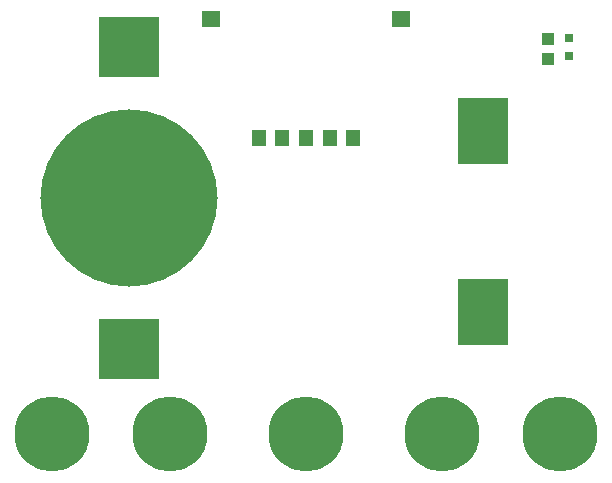
<source format=gbr>
G04 DipTrace 3.3.1.1*
G04 TopAssy.gbr*
%MOIN*%
G04 #@! TF.FileFunction,Drawing,Top*
G04 #@! TF.Part,Single*
%ADD16R,0.031496X0.031496*%
G04 #@! TA.AperFunction,ComponentPad*
%ADD17C,0.25*%
%ADD19R,0.200787X0.200787*%
%ADD20C,0.590551*%
%ADD24R,0.169291X0.224409*%
%ADD25R,0.03937X0.043307*%
%ADD31R,0.059055X0.055118*%
%ADD32R,0.047244X0.055118*%
%FSLAX26Y26*%
G04*
G70*
G90*
G75*
G01*
G04 TopAssy*
%LPD*%
D16*
X2272638Y1948672D3*
Y1889617D3*
D17*
X551181Y629923D3*
X944882D3*
X1397638D3*
X1850394D3*
X2244094D3*
D19*
X807071Y913387D3*
D20*
Y1417324D3*
D19*
Y1921261D3*
D24*
X1988189Y1037403D3*
Y1639765D3*
D25*
X2203887Y1879923D3*
Y1946852D3*
D31*
X1714567Y2011812D3*
X1080709D3*
D32*
X1397638Y1618112D3*
X1476378D3*
X1318898D3*
X1240157D3*
X1555118D3*
M02*

</source>
